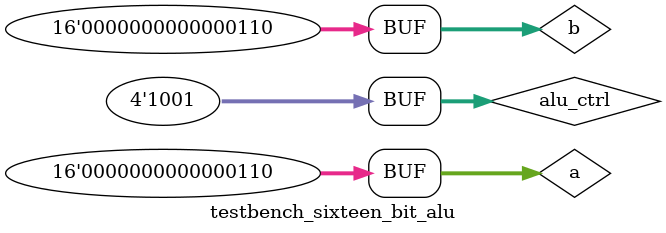
<source format=v>
`timescale 1ns / 1ps


module testbench_sixteen_bit_alu(

    );
    
    reg signed [15:0] a;
    reg signed [15:0] b;
    reg [3:0] alu_ctrl;
    wire signed [15:0] s;
    wire overflow;
    wire zero;
//    wire [15:0] sub_out;
//    wire [15:0] adder_out;
//    wire [15:0] or_out;
//    wire [15:0] and_out;
//    wire [15:0] decrement_out;
//    wire [15:0] increment_out;
//    wire [15:0] inverter_out; 
//    wire [15:0] asl_out;
//    wire [15:0] asr_out;
//    wire [15:0] lsl_out; 
//    wire [15:0] lsr_out;
//    wire [15:0] slt_out;
//    wire slt_flag;
//    wire sub_oflow;
    
    //sixteen_bit_alu uut(a, b, alu_ctrl, s, overflow, zero, sub_out,adder_out, or_out, and_out, decrement_out, increment_out, inverter_out, asl_out, asr_out, lsl_out, lsr_out, slt_out, slt_flag,sub_oflow);
    sixteen_bit_alu uut(a,b,alu_ctrl,s,overflow,zero);
    
    
    initial begin
        // SUBTRACTION
        alu_ctrl = 'b0000;
        a = 17;
        b = -8;
        #10;
        a = 'h8000;
        b = 'h7fff;
        #15;
        // ADDITION
        alu_ctrl = 'b0001;
        a = 17;
        b = -8;
        #10;
        a = 'h7fff;
        b = 2;
        #15;
        // OR
        alu_ctrl = 'b0010;
        #15;
        // AND
        alu_ctrl = 'b0011;
        #15;
        // DECR
        alu_ctrl = 'b0100;
        a = 0;
        #10;
        a = 'h8000;
        #15;
        // INCR
        alu_ctrl = 'b0101;
        a = 0;
        #10;
        a = 'h7fff;
        #15;
        // INV
        alu_ctrl = 'b0110;
        a = 0;
        #10;
        a = 15;
        #10;
        a = 'h8000;
        #15;
        // ASL
        alu_ctrl = 'b1100;
        a = 5;
        b = 4;
        #10;
        a = 'h4000;
        b = 1;
        #15;
        // ASR
        alu_ctrl = 'b1110;
        a = 'h8000;
        b = 3;
        #10;
        a = 'h4000;
        b = 3;
        #15;
        // LSL
        alu_ctrl = 'b1000;
        a = 'h4000;
        b = 3;
        #15;
        // LSR
        alu_ctrl = 'b1010;
        a = 'h4000;
        b = 3;
        #10;
        a = 'h8000;
        b = 3;
        #15;
        // SLT
        alu_ctrl = 'b1001;
        a = 16;
        b = 8;
        #10;
        a = 'h8000;
        b = 'h7fff;
        #10;
        a = 6;
        b = 6;
        
////        for(i = 0; i < 16; i=i+1) begin
//            alu_ctrl = 4;
//            // values for a and b
//            a = 'hfffd;
//            b = 'h000f;
//            #5; // wait for period 
            
//            a = 1;
//            b = 0;
//            #5; // wait for period 
            
//            a = 0;
//            b = 1;
//            #5; // wait for period 
            
//            a = 1;
//            b = 1;
//            #5; // wait for period 
            
//            a = 5;
//            b = 'h8000;
//            #5;
            
//            alu_ctrl = 4;
//            #15;
//            a = 'h8000;
//            b = 5;
//            #5;
//            alu_ctrl = 0;
            
//            a = 'h7fff;
//            b = 5;
//            #5;
            
//             a = 4;
//             b =-4;
//             #5;
             
//              a = 'h8000 +1;
//             b = 'h7fff;
//             #5;
////        end
    end 
endmodule

</source>
